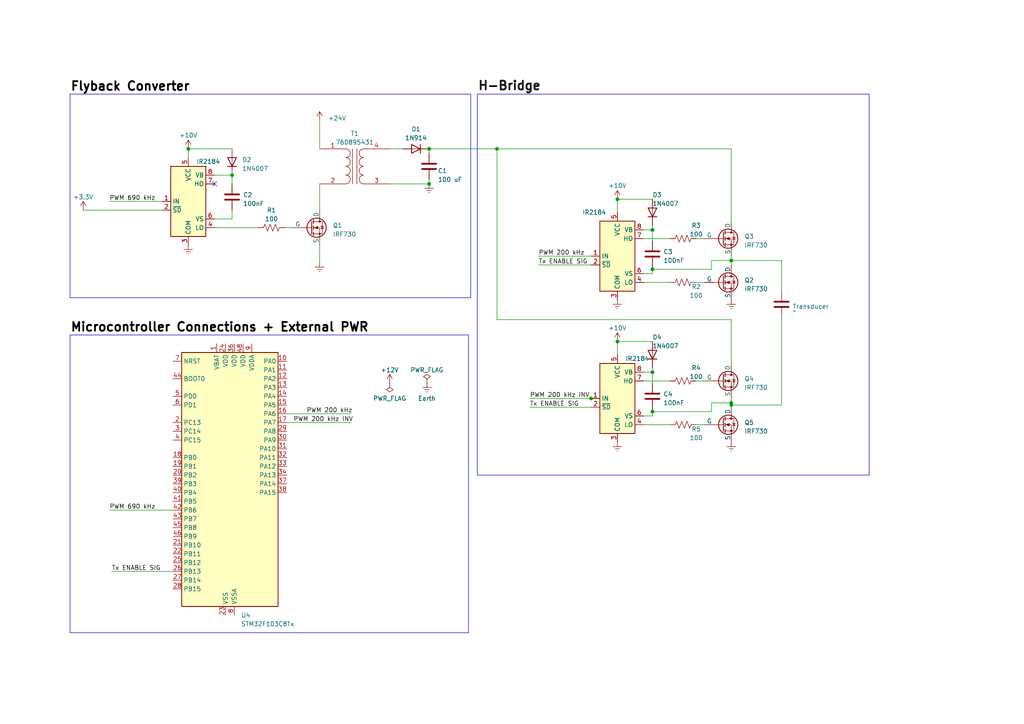
<source format=kicad_sch>
(kicad_sch (version 20230121) (generator eeschema)
  (paper "A4")
  (lib_symbols
    (symbol "Device:C" (pin_numbers hide) (pin_names (offset 0.254))
      (property "Reference" "C" (at 0.635 2.54 0))
      (property "Value" "C" (at 0.635 -2.54 0))
      (symbol "C_0_1"
        (polyline (pts (xy -2.032 -0.762) (xy 2.032 -0.762)) (stroke (width 0.508)))
        (polyline (pts (xy -2.032 0.762) (xy 2.032 0.762)) (stroke (width 0.508)))
      )
      (symbol "C_1_1"
        (pin passive line (at 0 3.81 270) (length 2.794) (name "~") (number "1"))
        (pin passive line (at 0 -3.81 90) (length 2.794) (name "~") (number "2"))
      )
    )
    (symbol "Device:R_US" (pin_numbers hide) (pin_names (offset 0))
      (property "Reference" "R" (at 2.54 0 90))
      (property "Value" "R_US" (at -2.54 0 90))
      (symbol "R_US_0_1"
        (polyline (pts (xy 0 -2.286) (xy 0 -2.54)))
        (polyline (pts (xy 0 2.286) (xy 0 2.54)))
        (polyline (pts (xy 0 -0.762) (xy 1.016 -1.143) (xy 0 -1.524) (xy -1.016 -1.905) (xy 0 -2.286)))
        (polyline (pts (xy 0 0.762) (xy 1.016 0.381) (xy 0 0) (xy -1.016 -0.381) (xy 0 -0.762)))
        (polyline (pts (xy 0 2.286) (xy 1.016 1.905) (xy 0 1.524) (xy -1.016 1.143) (xy 0 0.762)))
      )
      (symbol "R_US_1_1"
        (pin passive line (at 0 3.81 270) (length 1.27) (name "~") (number "1"))
        (pin passive line (at 0 -3.81 90) (length 1.27) (name "~") (number "2"))
      )
    )
    (symbol "Device:Transformer_1P_1S" (pin_names (offset 1.016) hide)
      (property "Reference" "T" (at 0 6.35 0))
      (property "Value" "Transformer_1P_1S" (at 0 -7.62 0))
      (symbol "Transformer_1P_1S_0_1"
        (arc (start -2.54 -5.0546) (mid -1.6599 -4.6901) (end -1.27 -3.81))
        (arc (start -2.54 -2.5146) (mid -1.6599 -2.1501) (end -1.27 -1.27))
        (arc (start -2.54 0.0254) (mid -1.6599 0.3899) (end -1.27 1.27))
        (arc (start -2.54 2.5654) (mid -1.6599 2.9299) (end -1.27 3.81))
        (arc (start -1.27 -3.81) (mid -1.642 -2.912) (end -2.54 -2.54))
        (arc (start -1.27 -1.27) (mid -1.642 -0.372) (end -2.54 0))
        (arc (start -1.27 1.27) (mid -1.642 2.168) (end -2.54 2.54))
        (arc (start -1.27 3.81) (mid -1.642 4.708) (end -2.54 5.08))
        (polyline (pts (xy -0.635 5.08) (xy -0.635 -5.08)))
        (polyline (pts (xy 0.635 -5.08) (xy 0.635 5.08)))
        (arc (start 1.2954 -1.27) (mid 1.6599 -2.1501) (end 2.54 -2.5146))
        (arc (start 1.2954 1.27) (mid 1.6599 0.3899) (end 2.54 0.0254))
        (arc (start 1.2954 3.81) (mid 1.6599 2.9299) (end 2.54 2.5654))
        (arc (start 1.3208 -3.81) (mid 1.6853 -4.6901) (end 2.5654 -5.0546))
        (arc (start 2.54 0) (mid 1.642 -0.372) (end 1.2954 -1.27))
        (arc (start 2.54 2.54) (mid 1.642 2.168) (end 1.2954 1.27))
        (arc (start 2.54 5.08) (mid 1.642 4.708) (end 1.2954 3.81))
        (arc (start 2.5654 -2.54) (mid 1.6674 -2.912) (end 1.3208 -3.81))
      )
      (symbol "Transformer_1P_1S_1_1"
        (pin passive line (at -10.16 5.08 0) (length 7.62) (name "AA") (number "1"))
        (pin passive line (at -10.16 -5.08 0) (length 7.62) (name "AB") (number "2"))
        (pin passive line (at 10.16 -5.08 180) (length 7.62) (name "SA") (number "3"))
        (pin passive line (at 10.16 5.08 180) (length 7.62) (name "SB") (number "4"))
      )
    )
    (symbol "Diode:1N4007" (pin_numbers hide) (pin_names hide)
      (property "Reference" "D" (at 0 2.54 0))
      (property "Value" "1N4007" (at 0 -2.54 0))
      (symbol "1N4007_0_1"
        (polyline (pts (xy -1.27 1.27) (xy -1.27 -1.27)) (stroke (width 0.254)))
        (polyline (pts (xy 1.27 0) (xy -1.27 0)))
        (polyline (pts (xy 1.27 1.27) (xy 1.27 -1.27) (xy -1.27 0) (xy 1.27 1.27)) (stroke (width 0.254)))
      )
      (symbol "1N4007_1_1"
        (pin passive line (at -3.81 0 0) (length 2.54) (name "K") (number "1"))
        (pin passive line (at 3.81 0 180) (length 2.54) (name "A") (number "2"))
      )
    )
    (symbol "Diode:1N914" (pin_numbers hide) (pin_names hide)
      (property "Reference" "D" (at 0 2.54 0))
      (property "Value" "1N914" (at 0 -2.54 0))
      (symbol "1N914_0_1"
        (polyline (pts (xy -1.27 1.27) (xy -1.27 -1.27)) (stroke (width 0.254)))
        (polyline (pts (xy 1.27 0) (xy -1.27 0)))
        (polyline (pts (xy 1.27 1.27) (xy 1.27 -1.27) (xy -1.27 0) (xy 1.27 1.27)) (stroke (width 0.254)))
      )
      (symbol "1N914_1_1"
        (pin passive line (at -3.81 0 0) (length 2.54) (name "K") (number "1"))
        (pin passive line (at 3.81 0 180) (length 2.54) (name "A") (number "2"))
      )
    )
    (symbol "Driver_FET:IR2184"
      (property "Reference" "U" (at 1.27 13.335 0))
      (property "Value" "IR2184" (at 1.27 11.43 0))
      (symbol "IR2184_0_1"
        (rectangle (start -5.08 -10.16) (end 5.08 10.16) (stroke (width 0.254)) (fill (type background)))
      )
      (symbol "IR2184_1_1"
        (pin input line (at -7.62 0 0) (length 2.54) (name "IN") (number "1"))
        (pin input line (at -7.62 -2.54 0) (length 2.54) (name "~{SD}") (number "2"))
        (pin power_in line (at 0 -12.7 90) (length 2.54) (name "COM") (number "3"))
        (pin output line (at 7.62 -7.62 180) (length 2.54) (name "LO") (number "4"))
        (pin power_in line (at 0 12.7 270) (length 2.54) (name "VCC") (number "5"))
        (pin passive line (at 7.62 -5.08 180) (length 2.54) (name "VS") (number "6"))
        (pin output line (at 7.62 5.08 180) (length 2.54) (name "HO") (number "7"))
        (pin passive line (at 7.62 7.62 180) (length 2.54) (name "VB") (number "8"))
      )
    )
    (symbol "MCU_ST_STM32F1:STM32F103C8Tx"
      (property "Reference" "U" (at -12.7 39.37 0))
      (property "Value" "STM32F103C8Tx" (at 10.16 39.37 0))
      (symbol "STM32F103C8Tx_0_1"
        (rectangle (start -12.7 -35.56) (end 15.24 38.1) (stroke (width 0.254)) (fill (type background)))
      )
      (symbol "STM32F103C8Tx_1_1"
        (pin power_in line (at -2.54 40.64 270) (length 2.54) (name "VBAT") (number "1"))
        (pin bidirectional line (at 17.78 35.56 180) (length 2.54) (name "PA0") (number "10"))
        (pin bidirectional line (at 17.78 33.02 180) (length 2.54) (name "PA1") (number "11"))
        (pin bidirectional line (at 17.78 30.48 180) (length 2.54) (name "PA2") (number "12"))
        (pin bidirectional line (at 17.78 27.94 180) (length 2.54) (name "PA3") (number "13"))
        (pin bidirectional line (at 17.78 25.4 180) (length 2.54) (name "PA4") (number "14"))
        (pin bidirectional line (at 17.78 22.86 180) (length 2.54) (name "PA5") (number "15"))
        (pin bidirectional line (at 17.78 20.32 180) (length 2.54) (name "PA6") (number "16"))
        (pin bidirectional line (at 17.78 17.78 180) (length 2.54) (name "PA7") (number "17"))
        (pin bidirectional line (at -15.24 7.62 0) (length 2.54) (name "PB0") (number "18"))
        (pin bidirectional line (at -15.24 5.08 0) (length 2.54) (name "PB1") (number "19"))
        (pin bidirectional line (at -15.24 17.78 0) (length 2.54) (name "PC13") (number "2"))
        (pin bidirectional line (at -15.24 2.54 0) (length 2.54) (name "PB2") (number "20"))
        (pin bidirectional line (at -15.24 -17.78 0) (length 2.54) (name "PB10") (number "21"))
        (pin bidirectional line (at -15.24 -20.32 0) (length 2.54) (name "PB11") (number "22"))
        (pin power_in line (at 0 -38.1 90) (length 2.54) (name "VSS") (number "23"))
        (pin power_in line (at 0 40.64 270) (length 2.54) (name "VDD") (number "24"))
        (pin bidirectional line (at -15.24 -22.86 0) (length 2.54) (name "PB12") (number "25"))
        (pin bidirectional line (at -15.24 -25.4 0) (length 2.54) (name "PB13") (number "26"))
        (pin bidirectional line (at -15.24 -27.94 0) (length 2.54) (name "PB14") (number "27"))
        (pin bidirectional line (at -15.24 -30.48 0) (length 2.54) (name "PB15") (number "28"))
        (pin bidirectional line (at 17.78 15.24 180) (length 2.54) (name "PA8") (number "29"))
        (pin bidirectional line (at -15.24 15.24 0) (length 2.54) (name "PC14") (number "3"))
        (pin bidirectional line (at 17.78 12.7 180) (length 2.54) (name "PA9") (number "30"))
        (pin bidirectional line (at 17.78 10.16 180) (length 2.54) (name "PA10") (number "31"))
        (pin bidirectional line (at 17.78 7.62 180) (length 2.54) (name "PA11") (number "32"))
        (pin bidirectional line (at 17.78 5.08 180) (length 2.54) (name "PA12") (number "33"))
        (pin bidirectional line (at 17.78 2.54 180) (length 2.54) (name "PA13") (number "34"))
        (pin passive line (at 0 -38.1 90) (length 2.54) hide (name "VSS") (number "35"))
        (pin power_in line (at 2.54 40.64 270) (length 2.54) (name "VDD") (number "36"))
        (pin bidirectional line (at 17.78 0 180) (length 2.54) (name "PA14") (number "37"))
        (pin bidirectional line (at 17.78 -2.54 180) (length 2.54) (name "PA15") (number "38"))
        (pin bidirectional line (at -15.24 0 0) (length 2.54) (name "PB3") (number "39"))
        (pin bidirectional line (at -15.24 12.7 0) (length 2.54) (name "PC15") (number "4"))
        (pin bidirectional line (at -15.24 -2.54 0) (length 2.54) (name "PB4") (number "40"))
        (pin bidirectional line (at -15.24 -5.08 0) (length 2.54) (name "PB5") (number "41"))
        (pin bidirectional line (at -15.24 -7.62 0) (length 2.54) (name "PB6") (number "42"))
        (pin bidirectional line (at -15.24 -10.16 0) (length 2.54) (name "PB7") (number "43"))
        (pin input line (at -15.24 30.48 0) (length 2.54) (name "BOOT0") (number "44"))
        (pin bidirectional line (at -15.24 -12.7 0) (length 2.54) (name "PB8") (number "45"))
        (pin bidirectional line (at -15.24 -15.24 0) (length 2.54) (name "PB9") (number "46"))
        (pin passive line (at 0 -38.1 90) (length 2.54) hide (name "VSS") (number "47"))
        (pin power_in line (at 5.08 40.64 270) (length 2.54) (name "VDD") (number "48"))
        (pin bidirectional line (at -15.24 25.4 0) (length 2.54) (name "PD0") (number "5"))
        (pin bidirectional line (at -15.24 22.86 0) (length 2.54) (name "PD1") (number "6"))
        (pin input line (at -15.24 35.56 0) (length 2.54) (name "NRST") (number "7"))
        (pin power_in line (at 2.54 -38.1 90) (length 2.54) (name "VSSA") (number "8"))
        (pin power_in line (at 7.62 40.64 270) (length 2.54) (name "VDDA") (number "9"))
      )
    )
    (symbol "Simulation_SPICE:NMOS" (pin_numbers hide) (pin_names (offset 0))
      (property "Reference" "Q" (at 5.08 1.27 0))
      (property "Value" "NMOS" (at 5.08 -1.27 0))
      (symbol "NMOS_0_1"
        (polyline (pts (xy 0.254 0) (xy -2.54 0)))
        (polyline (pts (xy 0.254 1.905) (xy 0.254 -1.905)) (stroke (width 0.254)))
        (polyline (pts (xy 0.762 -1.27) (xy 0.762 -2.286)) (stroke (width 0.254)))
        (polyline (pts (xy 0.762 0.508) (xy 0.762 -0.508)) (stroke (width 0.254)))
        (polyline (pts (xy 0.762 2.286) (xy 0.762 1.27)) (stroke (width 0.254)))
        (polyline (pts (xy 2.54 2.54) (xy 2.54 1.778)))
        (polyline (pts (xy 2.54 -2.54) (xy 2.54 0) (xy 0.762 0)))
        (polyline (pts (xy 0.762 -1.778) (xy 3.302 -1.778) (xy 3.302 1.778) (xy 0.762 1.778)))
        (polyline (pts (xy 1.016 0) (xy 2.032 0.381) (xy 2.032 -0.381) (xy 1.016 0)) (fill (type outline)))
        (polyline (pts (xy 2.794 0.508) (xy 2.921 0.381) (xy 3.683 0.381) (xy 3.81 0.254)))
        (polyline (pts (xy 3.302 0.381) (xy 2.921 -0.254) (xy 3.683 -0.254) (xy 3.302 0.381)))
        (circle (center 1.651 0) (radius 2.794) (stroke (width 0.254)))
        (circle (center 2.54 -1.778) (radius 0.254) (fill (type outline)))
        (circle (center 2.54 1.778) (radius 0.254) (fill (type outline)))
      )
      (symbol "NMOS_1_1"
        (pin passive line (at 2.54 5.08 270) (length 2.54) (name "D") (number "1"))
        (pin input line (at -5.08 0 0) (length 2.54) (name "G") (number "2"))
        (pin passive line (at 2.54 -5.08 90) (length 2.54) (name "S") (number "3"))
      )
    )
    (symbol "power:+10V" (power) (pin_names (offset 0))
      (property "Value" "+10V" (at 0 3.556 0))
      (symbol "+10V_0_1"
        (polyline (pts (xy -0.762 1.27) (xy 0 2.54)))
        (polyline (pts (xy 0 0) (xy 0 2.54)))
        (polyline (pts (xy 0 2.54) (xy 0.762 1.27)))
      )
      (symbol "+10V_1_1"
        (pin power_in line (at 0 0 90) (length 0) hide (name "+10V") (number "1"))
      )
    )
    (symbol "power:+12V" (power) (pin_names (offset 0))
      (property "Value" "+12V" (at 0 3.556 0))
      (symbol "+12V_0_1"
        (polyline (pts (xy -0.762 1.27) (xy 0 2.54)))
        (polyline (pts (xy 0 0) (xy 0 2.54)))
        (polyline (pts (xy 0 2.54) (xy 0.762 1.27)))
      )
      (symbol "+12V_1_1"
        (pin power_in line (at 0 0 90) (length 0) hide (name "+12V") (number "1"))
      )
    )
    (symbol "power:+24V" (power) (pin_names (offset 0))
      (property "Value" "+24V" (at 0 3.556 0))
      (symbol "+24V_0_1"
        (polyline (pts (xy -0.762 1.27) (xy 0 2.54)))
        (polyline (pts (xy 0 0) (xy 0 2.54)))
        (polyline (pts (xy 0 2.54) (xy 0.762 1.27)))
      )
      (symbol "+24V_1_1"
        (pin power_in line (at 0 0 90) (length 0) hide (name "+24V") (number "1"))
      )
    )
    (symbol "power:+3.3V" (power) (pin_names (offset 0))
      (property "Value" "+3.3V" (at 0 3.556 0))
      (symbol "+3.3V_0_1"
        (polyline (pts (xy -0.762 1.27) (xy 0 2.54)))
        (polyline (pts (xy 0 0) (xy 0 2.54)))
        (polyline (pts (xy 0 2.54) (xy 0.762 1.27)))
      )
      (symbol "+3.3V_1_1"
        (pin power_in line (at 0 0 90) (length 0) hide (name "+3.3V") (number "1"))
      )
    )
    (symbol "power:Earth" (power) (pin_names (offset 0))
      (symbol "Earth_0_1"
        (polyline (pts (xy -0.635 -1.905) (xy 0.635 -1.905)))
        (polyline (pts (xy -0.127 -2.54) (xy 0.127 -2.54)))
        (polyline (pts (xy 0 -1.27) (xy 0 0)))
        (polyline (pts (xy 1.27 -1.27) (xy -1.27 -1.27)))
      )
      (symbol "Earth_1_1"
        (pin power_in line (at 0 0 270) (length 0) hide (name "Earth") (number "1"))
      )
    )
    (symbol "power:PWR_FLAG" (power) (pin_numbers hide) (pin_names (offset 0) hide)
      (property "Value" "PWR_FLAG" (at 0 3.81 0))
      (symbol "PWR_FLAG_0_0"
        (pin power_out line (at 0 0 90) (length 0) (name "pwr") (number "1"))
      )
      (symbol "PWR_FLAG_0_1"
        (polyline (pts (xy 0 0) (xy 0 1.27) (xy -1.016 1.905) (xy 0 2.54) (xy 1.016 1.905) (xy 0 1.27)))
      )
    )
  )
  (junction (at 189.23 78.105))
  (junction (at 189.23 107.95))
  (junction (at 54.61 43.18))
  (junction (at 124.46 43.18))
  (junction (at 124.46 53.34))
  (junction (at 212.09 116.84))
  (junction (at 171.45 115.57))
  (junction (at 144.145 43.18))
  (junction (at 179.07 57.785))
  (junction (at 212.09 75.565))
  (junction (at 67.31 50.8))
  (junction (at 189.23 119.38))
  (junction (at 179.07 99.06))
  (junction (at 212.09 117.475))
  (junction (at 189.23 66.675))
  (no_connect (at 62.23 53.34))
  (wire (pts (xy 186.69 69.215) (xy 194.31 69.215)))
  (wire (pts (xy 212.09 92.71) (xy 212.09 105.41)))
  (wire (pts (xy 156.21 76.835) (xy 171.45 76.835)))
  (wire (pts (xy 113.03 43.18) (xy 116.84 43.18)))
  (wire (pts (xy 92.71 71.12) (xy 92.71 76.2)))
  (wire (pts (xy 186.69 107.95) (xy 189.23 107.95)))
  (wire (pts (xy 156.21 74.295) (xy 171.45 74.295)))
  (wire (pts (xy 32.385 165.735) (xy 50.165 165.735)))
  (wire (pts (xy 54.61 43.18) (xy 54.61 45.72)))
  (wire (pts (xy 62.23 50.8) (xy 67.31 50.8)))
  (wire (pts (xy 92.71 53.34) (xy 92.71 60.96)))
  (wire (pts (xy 67.31 50.8) (xy 67.31 53.34)))
  (wire (pts (xy 186.69 81.915) (xy 194.31 81.915)))
  (wire (pts (xy 189.23 57.785) (xy 179.07 57.785)))
  (wire (pts (xy 189.23 99.06) (xy 179.07 99.06)))
  (wire (pts (xy 189.23 78.105) (xy 189.23 79.375)))
  (wire (pts (xy 189.23 65.405) (xy 189.23 66.675)))
  (wire (pts (xy 153.67 118.11) (xy 171.45 118.11)))
  (wire (pts (xy 31.75 58.42) (xy 46.99 58.42)))
  (wire (pts (xy 212.09 75.565) (xy 212.09 76.835)))
  (wire (pts (xy 144.145 43.18) (xy 212.09 43.18)))
  (wire (pts (xy 82.55 66.04) (xy 85.09 66.04)))
  (wire (pts (xy 54.61 43.18) (xy 67.31 43.18)))
  (wire (pts (xy 124.46 43.18) (xy 124.46 44.45)))
  (wire (pts (xy 83.185 120.015) (xy 101.6 120.015)))
  (wire (pts (xy 212.09 43.18) (xy 212.09 64.135)))
  (wire (pts (xy 186.69 79.375) (xy 189.23 79.375)))
  (wire (pts (xy 24.13 60.96) (xy 46.99 60.96)))
  (wire (pts (xy 212.09 117.475) (xy 226.695 117.475)))
  (wire (pts (xy 31.75 147.955) (xy 50.165 147.955)))
  (wire (pts (xy 189.23 78.105) (xy 206.375 78.105)))
  (wire (pts (xy 212.09 115.57) (xy 212.09 116.84)))
  (wire (pts (xy 212.09 116.84) (xy 212.09 117.475)))
  (wire (pts (xy 62.23 66.04) (xy 74.93 66.04)))
  (wire (pts (xy 206.375 116.84) (xy 212.09 116.84)))
  (wire (pts (xy 124.46 52.07) (xy 124.46 53.34)))
  (wire (pts (xy 189.23 107.95) (xy 189.23 111.125)))
  (wire (pts (xy 186.69 110.49) (xy 194.31 110.49)))
  (wire (pts (xy 186.69 123.19) (xy 194.31 123.19)))
  (wire (pts (xy 189.23 119.38) (xy 206.375 119.38)))
  (wire (pts (xy 189.23 106.68) (xy 189.23 107.95)))
  (wire (pts (xy 189.23 66.675) (xy 189.23 69.85)))
  (wire (pts (xy 179.07 57.785) (xy 179.07 61.595)))
  (wire (pts (xy 206.375 75.565) (xy 212.09 75.565)))
  (wire (pts (xy 144.145 43.18) (xy 144.145 92.71)))
  (wire (pts (xy 144.145 92.71) (xy 212.09 92.71)))
  (wire (pts (xy 226.695 75.565) (xy 226.695 84.455)))
  (wire (pts (xy 186.69 66.675) (xy 189.23 66.675)))
  (wire (pts (xy 83.185 122.555) (xy 101.6 122.555)))
  (wire (pts (xy 201.93 110.49) (xy 204.47 110.49)))
  (wire (pts (xy 212.09 74.295) (xy 212.09 75.565)))
  (wire (pts (xy 212.09 75.565) (xy 226.695 75.565)))
  (wire (pts (xy 153.67 115.57) (xy 171.45 115.57)))
  (wire (pts (xy 113.03 53.34) (xy 124.46 53.34)))
  (wire (pts (xy 189.23 118.745) (xy 189.23 119.38)))
  (wire (pts (xy 189.23 119.38) (xy 189.23 120.65)))
  (wire (pts (xy 212.09 117.475) (xy 212.09 118.11)))
  (wire (pts (xy 92.71 43.18) (xy 92.71 34.925)))
  (wire (pts (xy 201.93 81.915) (xy 204.47 81.915)))
  (wire (pts (xy 67.31 63.5) (xy 62.23 63.5)))
  (wire (pts (xy 226.695 117.475) (xy 226.695 92.075)))
  (wire (pts (xy 201.93 69.215) (xy 204.47 69.215)))
  (wire (pts (xy 201.93 123.19) (xy 204.47 123.19)))
  (wire (pts (xy 189.23 77.47) (xy 189.23 78.105)))
  (wire (pts (xy 179.07 99.06) (xy 179.07 102.87)))
  (wire (pts (xy 171.45 115.57) (xy 173.99 115.57)))
  (wire (pts (xy 206.375 78.105) (xy 206.375 75.565)))
  (wire (pts (xy 67.31 60.96) (xy 67.31 63.5)))
  (wire (pts (xy 186.69 120.65) (xy 189.23 120.65)))
  (wire (pts (xy 124.46 43.18) (xy 144.145 43.18)))
  (wire (pts (xy 206.375 119.38) (xy 206.375 116.84)))
  (rectangle (start 20.32 97.155) (end 135.89 183.515))
  (rectangle (start 20.32 27.305) (end 136.525 86.36))
  (rectangle (start 138.43 27.305) (end 252.095 137.795))
  (label "Microcontroller Connections + External PWR " (at 20.32 97.155 0) (effects (font (size 2.54 2.54) (thickness 0.508) bold)))
  (label "PWM 200 kHz" (at 88.9 120.015 0))
  (label "PWM 200 kHz" (at 156.21 74.295 0))
  (label "PWM 690 kHz" (at 31.75 147.955 0))
  (label "Tx ENABLE SIG" (at 153.67 118.11 0))
  (label "Tx ENABLE SIG" (at 32.385 165.735 0))
  (label "Flyback Converter" (at 20.32 27.305 0) (effects (font (size 2.54 2.54) (thickness 0.508) bold)))
  (label "PWM 200 kHz INV" (at 153.67 115.57 0))
  (label "PWM 200 kHz INV" (at 85.09 122.555 0))
  (label "H-Bridge" (at 138.4803 27.1694 0) (effects (font (size 2.54 2.54) (thickness 0.508) bold)))
  (label "Tx ENABLE SIG" (at 156.21 76.835 0))
  (label "PWM 690 kHz" (at 31.75 58.42 0))
  (symbol (lib_id "Device:R_US") (at 198.12 110.49 90) (unit 1)
    (property "Reference" "R4" (at 201.93 106.68 90))
    (property "Value" "100" (at 201.93 109.22 90))
  )
  (symbol (lib_id "power:PWR_FLAG") (at 113.03 111.125 180) (unit 1)
    (property "Reference" "#FLG02" (effects hide))
    (property "Value" "PWR_FLAG" (at 113.03 115.57 0))
  )
  (symbol (lib_id "power:+12V") (at 113.03 111.125 0) (unit 1)
    (property "Reference" "#PWR013" (effects hide))
    (property "Value" "+12V" (at 113.03 107.315 0))
  )
  (symbol (lib_id "Driver_FET:IR2184") (at 179.07 74.295 0) (unit 1)
    (property "Reference" "U2" (effects hide))
    (property "Value" "IR2184" (at 168.91 61.595 0) (effects (justify left)))
    (property "Datasheet" "https://www.infineon.com/dgdl/ir2184.pdf?fileId=5546d462533600a4015355c955e616d4" (effects hide))
  )
  (symbol (lib_id "power:Earth") (at 179.07 128.27 0) (unit 1)
    (property "Reference" "#PWR012" (effects hide))
    (property "Value" "Earth" (effects hide))
  )
  (symbol (lib_id "Diode:1N914") (at 120.65 43.18 180) (unit 1)
    (property "Reference" "D1" (at 120.65 37.465 0))
    (property "Value" "1N914" (at 120.65 40.005 0))
    (property "Footprint" "Diode_THT:D_DO-35_SOD27_P7.62mm_Horizontal" (effects hide))
    (property "Datasheet" "http://www.vishay.com/docs/85622/1n914.pdf" (effects hide))
    (property "Sim.Device" "D" (effects hide))
    (property "Sim.Pins" "1=K 2=A" (effects hide))
  )
  (symbol (lib_id "power:+3.3V") (at 24.13 60.96 0) (unit 1)
    (property "Reference" "#PWR05" (effects hide))
    (property "Value" "+3.3V" (at 24.13 57.15 0))
  )
  (symbol (lib_id "MCU_ST_STM32F1:STM32F103C8Tx") (at 65.405 140.335 0) (unit 1)
    (property "Reference" "U4" (at 69.9009 178.435 0) (effects (justify left)))
    (property "Value" "STM32F103C8Tx" (at 69.9009 180.975 0) (effects (justify left)))
    (property "Footprint" "Package_QFP:LQFP-48_7x7mm_P0.5mm" (effects hide))
    (property "Datasheet" "https://www.st.com/resource/en/datasheet/stm32f103c8.pdf" (effects hide))
  )
  (symbol (lib_id "power:Earth") (at 212.09 86.995 0) (unit 1)
    (property "Reference" "#PWR09" (effects hide))
    (property "Value" "Earth" (effects hide))
  )
  (symbol (lib_id "Device:Transformer_1P_1S") (at 102.87 48.26 0) (unit 1)
    (property "Reference" "T1" (at 102.8827 38.735 0))
    (property "Value" "760895431" (at 102.8827 41.275 0))
  )
  (symbol (lib_id "Device:C") (at 189.23 73.66 0) (unit 1)
    (property "Reference" "C3" (at 192.405 73.025 0) (effects (justify left)))
    (property "Value" "100nF" (at 192.405 75.565 0) (effects (justify left)))
  )
  (symbol (lib_id "power:+10V") (at 179.07 99.06 0) (unit 1)
    (property "Reference" "#PWR010" (effects hide))
    (property "Value" "+12V" (at 179.07 95.123 0))
  )
  (symbol (lib_id "Simulation_SPICE:NMOS") (at 209.55 123.19 0) (unit 1)
    (property "Reference" "Q5" (at 215.9 122.555 0) (effects (justify left)))
    (property "Value" "IRF730" (at 215.9 125.095 0) (effects (justify left)))
    (property "Datasheet" "https://ngspice.sourceforge.io/docs/ngspice-manual.pdf" (effects hide))
    (property "Sim.Device" "NMOS" (effects hide))
    (property "Sim.Type" "VDMOS" (effects hide))
    (property "Sim.Pins" "1=D 2=G 3=S" (effects hide))
  )
  (symbol (lib_id "Device:R_US") (at 198.12 123.19 90) (unit 1)
    (property "Reference" "R5" (at 201.93 124.46 90))
    (property "Value" "100" (at 201.93 127 90))
  )
  (symbol (lib_id "power:PWR_FLAG") (at 123.825 111.125 0) (unit 1)
    (property "Reference" "#FLG01" (effects hide))
    (property "Value" "PWR_FLAG" (at 123.825 107.315 0))
  )
  (symbol (lib_id "power:+10V") (at 54.61 43.18 0) (unit 1)
    (property "Reference" "#PWR04" (effects hide))
    (property "Value" "+12V" (at 54.61 39.243 0))
  )
  (symbol (lib_id "power:Earth") (at 54.61 71.12 0) (unit 1)
    (property "Reference" "#PWR03" (effects hide))
    (property "Value" "Earth" (effects hide))
  )
  (symbol (lib_id "Diode:1N4007") (at 189.23 102.87 90) (unit 1)
    (property "Reference" "D4" (at 189.23 97.79 90) (effects (justify right)))
    (property "Value" "1N4007" (at 189.23 100.33 90) (effects (justify right)))
    (property "Footprint" "Diode_THT:D_DO-41_SOD81_P10.16mm_Horizontal" (effects hide))
    (property "Datasheet" "http://www.vishay.com/docs/88503/1n4001.pdf" (effects hide))
    (property "Sim.Device" "D" (effects hide))
    (property "Sim.Pins" "1=K 2=A" (effects hide))
  )
  (symbol (lib_id "Simulation_SPICE:NMOS") (at 209.55 81.915 0) (unit 1)
    (property "Reference" "Q2" (at 215.9 81.28 0) (effects (justify left)))
    (property "Value" "IRF730" (at 215.9 83.82 0) (effects (justify left)))
    (property "Datasheet" "https://ngspice.sourceforge.io/docs/ngspice-manual.pdf" (effects hide))
    (property "Sim.Device" "NMOS" (effects hide))
    (property "Sim.Type" "VDMOS" (effects hide))
    (property "Sim.Pins" "1=D 2=G 3=S" (effects hide))
  )
  (symbol (lib_id "Device:C") (at 124.46 48.26 0) (unit 1)
    (property "Reference" "C1" (at 127 49.53 0) (effects (justify left)))
    (property "Value" "100 uF" (at 127 52.07 0) (effects (justify left)))
  )
  (symbol (lib_id "Driver_FET:IR2184") (at 179.07 115.57 0) (unit 1)
    (property "Reference" "U3" (effects hide))
    (property "Value" "IR2184" (at 181.4069 104.013 0) (effects (justify left)))
    (property "Datasheet" "https://www.infineon.com/dgdl/ir2184.pdf?fileId=5546d462533600a4015355c955e616d4" (effects hide))
  )
  (symbol (lib_id "Device:C") (at 67.31 57.15 0) (unit 1)
    (property "Reference" "C2" (at 70.485 56.515 0) (effects (justify left)))
    (property "Value" "100nF" (at 70.485 59.055 0) (effects (justify left)))
  )
  (symbol (lib_id "Simulation_SPICE:NMOS") (at 209.55 110.49 0) (unit 1)
    (property "Reference" "Q4" (at 215.9 109.855 0) (effects (justify left)))
    (property "Value" "IRF730" (at 215.9 112.395 0) (effects (justify left)))
    (property "Datasheet" "https://ngspice.sourceforge.io/docs/ngspice-manual.pdf" (effects hide))
    (property "Sim.Device" "NMOS" (effects hide))
    (property "Sim.Type" "VDMOS" (effects hide))
    (property "Sim.Pins" "1=D 2=G 3=S" (effects hide))
  )
  (symbol (lib_id "power:Earth") (at 124.46 53.34 0) (unit 1)
    (property "Reference" "#PWR08" (effects hide))
    (property "Value" "Earth" (effects hide))
  )
  (symbol (lib_id "Diode:1N4007") (at 67.31 46.99 90) (unit 1)
    (property "Reference" "D2" (at 70.231 46.355 90) (effects (justify right)))
    (property "Value" "1N4007" (at 70.231 48.895 90) (effects (justify right)))
    (property "Footprint" "Diode_THT:D_DO-41_SOD81_P10.16mm_Horizontal" (effects hide))
    (property "Datasheet" "http://www.vishay.com/docs/88503/1n4001.pdf" (effects hide))
    (property "Sim.Device" "D" (effects hide))
    (property "Sim.Pins" "1=K 2=A" (effects hide))
  )
  (symbol (lib_id "Diode:1N4007") (at 189.23 61.595 90) (unit 1)
    (property "Reference" "D3" (at 189.23 56.515 90) (effects (justify right)))
    (property "Value" "1N4007" (at 189.23 59.055 90) (effects (justify right)))
    (property "Footprint" "Diode_THT:D_DO-41_SOD81_P10.16mm_Horizontal" (effects hide))
    (property "Datasheet" "http://www.vishay.com/docs/88503/1n4001.pdf" (effects hide))
    (property "Sim.Device" "D" (effects hide))
    (property "Sim.Pins" "1=K 2=A" (effects hide))
  )
  (symbol (lib_id "Simulation_SPICE:NMOS") (at 90.17 66.04 0) (unit 1)
    (property "Reference" "Q1" (at 96.52 65.405 0) (effects (justify left)))
    (property "Value" "IRF730" (at 96.52 67.945 0) (effects (justify left)))
    (property "Datasheet" "https://ngspice.sourceforge.io/docs/ngspice-manual.pdf" (effects hide))
    (property "Sim.Device" "NMOS" (effects hide))
    (property "Sim.Type" "VDMOS" (effects hide))
    (property "Sim.Pins" "1=D 2=G 3=S" (effects hide))
  )
  (symbol (lib_id "Device:R_US") (at 198.12 81.915 90) (unit 1)
    (property "Reference" "R2" (at 201.93 83.185 90))
    (property "Value" "100" (at 201.93 85.725 90))
  )
  (symbol (lib_id "power:Earth") (at 123.825 111.125 0) (unit 1)
    (property "Reference" "#PWR014" (effects hide))
    (property "Value" "GND" (at 123.825 115.57 0))
  )
  (symbol (lib_id "Device:R_US") (at 198.12 69.215 90) (unit 1)
    (property "Reference" "R3" (at 201.93 65.405 90))
    (property "Value" "100" (at 201.93 67.945 90))
  )
  (symbol (lib_id "Device:C") (at 226.695 88.265 0) (unit 1)
    (property "Reference" "Transducer" (at 229.87 88.9 0) (effects (justify left)))
    (property "Value" "~" (at 229.87 90.17 0) (effects (justify left)))
  )
  (symbol (lib_id "power:Earth") (at 92.71 76.2 0) (unit 1)
    (property "Reference" "#PWR02" (effects hide))
    (property "Value" "Earth" (effects hide))
  )
  (symbol (lib_id "power:+10V") (at 179.07 57.785 0) (unit 1)
    (property "Reference" "#PWR06" (effects hide))
    (property "Value" "+12V" (at 179.07 53.848 0))
  )
  (symbol (lib_id "Simulation_SPICE:NMOS") (at 209.55 69.215 0) (unit 1)
    (property "Reference" "Q3" (at 215.9 68.58 0) (effects (justify left)))
    (property "Value" "IRF730" (at 215.9 71.12 0) (effects (justify left)))
    (property "Datasheet" "https://ngspice.sourceforge.io/docs/ngspice-manual.pdf" (effects hide))
    (property "Sim.Device" "NMOS" (effects hide))
    (property "Sim.Type" "VDMOS" (effects hide))
    (property "Sim.Pins" "1=D 2=G 3=S" (effects hide))
  )
  (symbol (lib_id "Driver_FET:IR2184") (at 54.61 58.42 0) (unit 1)
    (property "Reference" "U1" (effects hide))
    (property "Value" "IR2184" (at 56.9469 46.863 0) (effects (justify left)))
    (property "Datasheet" "https://www.infineon.com/dgdl/ir2184.pdf?fileId=5546d462533600a4015355c955e616d4" (effects hide))
  )
  (symbol (lib_id "power:+24V") (at 92.71 34.925 0) (unit 1)
    (property "Reference" "#PWR01" (effects hide))
    (property "Value" "+6V" (at 95.123 34.29 0) (effects (justify left)))
  )
  (symbol (lib_id "power:Earth") (at 212.09 128.27 0) (unit 1)
    (property "Reference" "#PWR011" (effects hide))
    (property "Value" "Earth" (effects hide))
  )
  (symbol (lib_id "Device:R_US") (at 78.74 66.04 90) (unit 1)
    (property "Reference" "R1" (at 78.74 60.96 90))
    (property "Value" "100" (at 78.74 63.5 90))
  )
  (symbol (lib_id "Device:C") (at 189.23 114.935 0) (unit 1)
    (property "Reference" "C4" (at 192.405 114.3 0) (effects (justify left)))
    (property "Value" "100nF" (at 192.405 116.84 0) (effects (justify left)))
  )
  (symbol (lib_id "power:Earth") (at 179.07 86.995 0) (unit 1)
    (property "Reference" "#PWR07" (effects hide))
    (property "Value" "Earth" (effects hide))
  )
)
</source>
